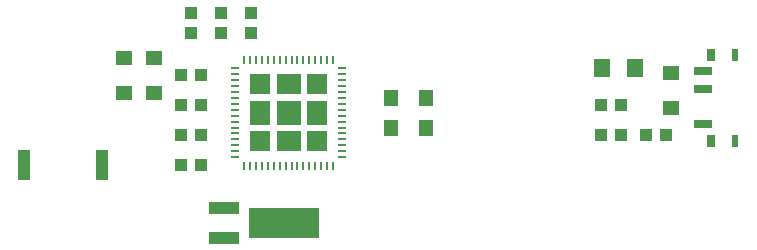
<source format=gtp>
G75*
%MOIN*%
%OFA0B0*%
%FSLAX25Y25*%
%IPPOS*%
%LPD*%
%AMOC8*
5,1,8,0,0,1.08239X$1,22.5*
%
%ADD10R,0.04000X0.10000*%
%ADD11R,0.04331X0.03937*%
%ADD12R,0.05512X0.04724*%
%ADD13R,0.04724X0.05512*%
%ADD14R,0.03937X0.04331*%
%ADD15R,0.01102X0.03150*%
%ADD16R,0.03150X0.01102*%
%ADD17R,0.07087X0.07087*%
%ADD18R,0.07087X0.07874*%
%ADD19R,0.07874X0.07087*%
%ADD20R,0.07874X0.07874*%
%ADD21R,0.09843X0.03937*%
%ADD22R,0.23622X0.09843*%
%ADD23R,0.05512X0.06299*%
%ADD24R,0.05906X0.02756*%
%ADD25R,0.02362X0.03937*%
%ADD26R,0.03150X0.03937*%
D10*
X0102800Y0173600D03*
X0128800Y0173600D03*
D11*
X0155154Y0173500D03*
X0161846Y0173500D03*
X0161846Y0183500D03*
X0155154Y0183500D03*
X0155154Y0193500D03*
X0161846Y0193500D03*
X0161846Y0203500D03*
X0155154Y0203500D03*
X0295154Y0193500D03*
X0301846Y0193500D03*
X0301846Y0183500D03*
X0295154Y0183500D03*
X0310154Y0183500D03*
X0316846Y0183500D03*
D12*
X0318500Y0192594D03*
X0318500Y0204406D03*
X0146000Y0209406D03*
X0136000Y0209406D03*
X0136000Y0197594D03*
X0146000Y0197594D03*
D13*
X0225094Y0196000D03*
X0225094Y0186000D03*
X0236906Y0186000D03*
X0236906Y0196000D03*
D14*
X0178500Y0217654D03*
X0178500Y0224346D03*
X0168500Y0224346D03*
X0168500Y0217654D03*
X0158500Y0217654D03*
X0158500Y0224346D03*
D15*
X0176236Y0208717D03*
X0178205Y0208717D03*
X0180173Y0208717D03*
X0182142Y0208717D03*
X0184110Y0208717D03*
X0186079Y0208717D03*
X0188047Y0208717D03*
X0190016Y0208717D03*
X0191984Y0208717D03*
X0193953Y0208717D03*
X0195921Y0208717D03*
X0197890Y0208717D03*
X0199858Y0208717D03*
X0201827Y0208717D03*
X0203795Y0208717D03*
X0205764Y0208717D03*
X0205764Y0173283D03*
X0203795Y0173283D03*
X0201827Y0173283D03*
X0199858Y0173283D03*
X0197890Y0173283D03*
X0195921Y0173283D03*
X0193953Y0173283D03*
X0191984Y0173283D03*
X0190016Y0173283D03*
X0188047Y0173283D03*
X0186079Y0173283D03*
X0184110Y0173283D03*
X0182142Y0173283D03*
X0180173Y0173283D03*
X0178205Y0173283D03*
X0176236Y0173283D03*
D16*
X0173283Y0176236D03*
X0173283Y0178205D03*
X0173283Y0180173D03*
X0173283Y0182142D03*
X0173283Y0184110D03*
X0173283Y0186079D03*
X0173283Y0188047D03*
X0173283Y0190016D03*
X0173283Y0191984D03*
X0173283Y0193953D03*
X0173283Y0195921D03*
X0173283Y0197890D03*
X0173283Y0199858D03*
X0173283Y0201827D03*
X0173283Y0203795D03*
X0173283Y0205764D03*
X0208717Y0205764D03*
X0208717Y0203795D03*
X0208717Y0201827D03*
X0208717Y0199858D03*
X0208717Y0197890D03*
X0208717Y0195921D03*
X0208717Y0193953D03*
X0208717Y0191984D03*
X0208717Y0190016D03*
X0208717Y0188047D03*
X0208717Y0186079D03*
X0208717Y0184110D03*
X0208717Y0182142D03*
X0208717Y0180173D03*
X0208717Y0178205D03*
X0208717Y0176236D03*
D17*
X0200449Y0181551D03*
X0181551Y0181551D03*
X0181551Y0200449D03*
X0200449Y0200449D03*
D18*
X0200449Y0191000D03*
X0181551Y0191000D03*
D19*
X0191000Y0200449D03*
X0191000Y0181551D03*
D20*
X0191000Y0191000D03*
D21*
X0169600Y0149200D03*
X0169600Y0159200D03*
D22*
X0189600Y0154200D03*
D23*
X0295488Y0206000D03*
X0306512Y0206000D03*
D24*
X0329110Y0204858D03*
X0329110Y0198953D03*
X0329110Y0187142D03*
D25*
X0339937Y0181630D03*
X0339937Y0210370D03*
D26*
X0331669Y0210370D03*
X0331669Y0181630D03*
M02*

</source>
